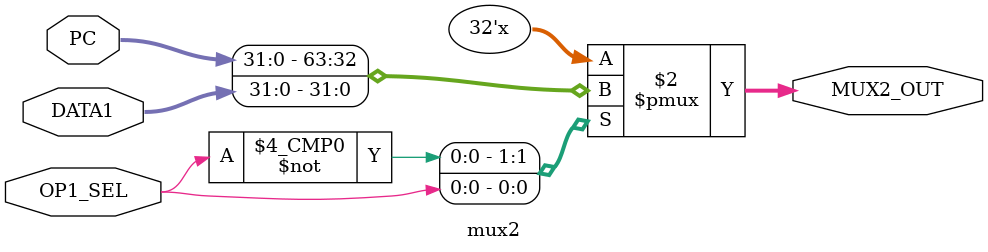
<source format=v>
module mux2(DATA1, PC, OP1_SEL, MUX2_OUT);

	//0-PC  1-DATA1
	input[31:0] DATA1, PC;
	input OP1_SEL;
	
	output reg[31:0] MUX2_OUT;

	always @(OP1_SEL) 
	begin
		#1
		case(OP1_SEL)
		
			1'b0:begin
				MUX2_OUT = PC;
			end
		
			1'b1:begin
				MUX2_OUT = DATA1;
			end
		endcase		
	end

endmodule

</source>
